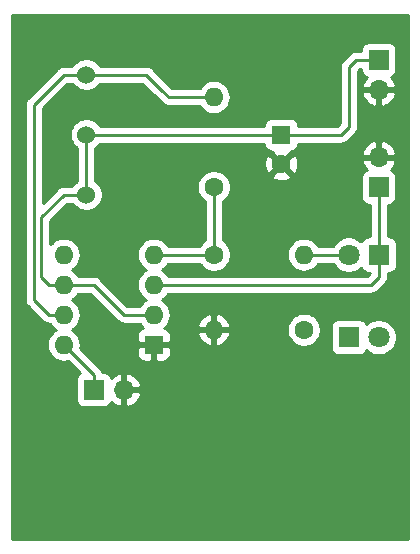
<source format=gbr>
G04 #@! TF.GenerationSoftware,KiCad,Pcbnew,(5.1.2)-2*
G04 #@! TF.CreationDate,2019-11-18T22:52:37-06:00*
G04 #@! TF.ProjectId,Temporizador_V0,54656d70-6f72-4697-9a61-646f725f5630,rev?*
G04 #@! TF.SameCoordinates,Original*
G04 #@! TF.FileFunction,Copper,L2,Bot*
G04 #@! TF.FilePolarity,Positive*
%FSLAX46Y46*%
G04 Gerber Fmt 4.6, Leading zero omitted, Abs format (unit mm)*
G04 Created by KiCad (PCBNEW (5.1.2)-2) date 2019-11-18 22:52:37*
%MOMM*%
%LPD*%
G04 APERTURE LIST*
%ADD10C,1.524000*%
%ADD11O,1.600000X1.600000*%
%ADD12R,1.600000X1.600000*%
%ADD13C,1.600000*%
%ADD14O,1.700000X1.700000*%
%ADD15R,1.700000X1.700000*%
%ADD16C,1.800000*%
%ADD17R,1.800000X1.800000*%
%ADD18C,0.250000*%
%ADD19C,0.254000*%
G04 APERTURE END LIST*
D10*
X153035000Y-100965000D03*
X153035000Y-106045000D03*
X153035000Y-111125000D03*
D11*
X151130000Y-123825000D03*
X158750000Y-116205000D03*
X151130000Y-121285000D03*
X158750000Y-118745000D03*
X151130000Y-118745000D03*
X158750000Y-121285000D03*
X151130000Y-116205000D03*
D12*
X158750000Y-123825000D03*
D11*
X163830000Y-122555000D03*
D13*
X171450000Y-122555000D03*
D11*
X171450000Y-116205000D03*
D13*
X163830000Y-116205000D03*
D11*
X163830000Y-102870000D03*
D13*
X163830000Y-110490000D03*
D14*
X177800000Y-102235000D03*
D15*
X177800000Y-99695000D03*
D14*
X177800000Y-107950000D03*
D15*
X177800000Y-110490000D03*
D14*
X156210000Y-127635000D03*
D15*
X153670000Y-127635000D03*
D16*
X177800000Y-123190000D03*
D17*
X175260000Y-123190000D03*
D16*
X175260000Y-116205000D03*
D17*
X177800000Y-116205000D03*
D13*
X169545000Y-108545000D03*
D12*
X169545000Y-106045000D03*
D18*
X169585000Y-107950000D02*
X169545000Y-107910000D01*
X153035000Y-106045000D02*
X153035000Y-111125000D01*
X149860000Y-118745000D02*
X151130000Y-118745000D01*
X149225000Y-118110000D02*
X149860000Y-118745000D01*
X149225000Y-113030000D02*
X149225000Y-118110000D01*
X153035000Y-111125000D02*
X151130000Y-111125000D01*
X151130000Y-111125000D02*
X149225000Y-113030000D01*
X156210000Y-121285000D02*
X158750000Y-121285000D01*
X151130000Y-118745000D02*
X153670000Y-118745000D01*
X153670000Y-118745000D02*
X156210000Y-121285000D01*
X169545000Y-106045000D02*
X153035000Y-106045000D01*
X174625000Y-106045000D02*
X169545000Y-106045000D01*
X175260000Y-105410000D02*
X174625000Y-106045000D01*
X175260000Y-100330000D02*
X175260000Y-105410000D01*
X177800000Y-99695000D02*
X175895000Y-99695000D01*
X175895000Y-99695000D02*
X175260000Y-100330000D01*
X171450000Y-116205000D02*
X175260000Y-116205000D01*
X177800000Y-110490000D02*
X177800000Y-116205000D01*
X158750000Y-118745000D02*
X177165000Y-118745000D01*
X177800000Y-118110000D02*
X177800000Y-116205000D01*
X177165000Y-118745000D02*
X177800000Y-118110000D01*
X174625000Y-122555000D02*
X175260000Y-123190000D01*
X153670000Y-126365000D02*
X153670000Y-127635000D01*
X151130000Y-123825000D02*
X153670000Y-126365000D01*
X163830000Y-110490000D02*
X163830000Y-116205000D01*
X158750000Y-116205000D02*
X163830000Y-116205000D01*
X153035000Y-100965000D02*
X158115000Y-100965000D01*
X158115000Y-100965000D02*
X159385000Y-102235000D01*
X159385000Y-102235000D02*
X160020000Y-102870000D01*
X163830000Y-102870000D02*
X160020000Y-102870000D01*
X149860000Y-121285000D02*
X151130000Y-121285000D01*
X148590000Y-120015000D02*
X149860000Y-121285000D01*
X148590000Y-103505000D02*
X148590000Y-120015000D01*
X153035000Y-100965000D02*
X151130000Y-100965000D01*
X151130000Y-100965000D02*
X148590000Y-103505000D01*
D19*
G36*
X180315000Y-140310000D02*
G01*
X146710000Y-140310000D01*
X146710000Y-103505000D01*
X147826324Y-103505000D01*
X147830000Y-103542322D01*
X147830001Y-119977667D01*
X147826324Y-120015000D01*
X147830001Y-120052333D01*
X147832449Y-120077182D01*
X147840998Y-120163985D01*
X147884454Y-120307246D01*
X147955026Y-120439276D01*
X147991648Y-120483899D01*
X148050000Y-120555001D01*
X148078998Y-120578799D01*
X149296201Y-121796003D01*
X149319999Y-121825001D01*
X149435724Y-121919974D01*
X149567753Y-121990546D01*
X149711014Y-122034003D01*
X149822667Y-122045000D01*
X149822676Y-122045000D01*
X149859999Y-122048676D01*
X149897322Y-122045000D01*
X149909099Y-122045000D01*
X149931068Y-122086101D01*
X150110392Y-122304608D01*
X150328899Y-122483932D01*
X150461858Y-122555000D01*
X150328899Y-122626068D01*
X150110392Y-122805392D01*
X149931068Y-123023899D01*
X149797818Y-123273192D01*
X149715764Y-123543691D01*
X149688057Y-123825000D01*
X149715764Y-124106309D01*
X149797818Y-124376808D01*
X149931068Y-124626101D01*
X150110392Y-124844608D01*
X150328899Y-125023932D01*
X150578192Y-125157182D01*
X150848691Y-125239236D01*
X151059508Y-125260000D01*
X151200492Y-125260000D01*
X151411309Y-125239236D01*
X151455906Y-125225708D01*
X152477988Y-126247791D01*
X152465506Y-126254463D01*
X152368815Y-126333815D01*
X152289463Y-126430506D01*
X152230498Y-126540820D01*
X152194188Y-126660518D01*
X152181928Y-126785000D01*
X152181928Y-128485000D01*
X152194188Y-128609482D01*
X152230498Y-128729180D01*
X152289463Y-128839494D01*
X152368815Y-128936185D01*
X152465506Y-129015537D01*
X152575820Y-129074502D01*
X152695518Y-129110812D01*
X152820000Y-129123072D01*
X154520000Y-129123072D01*
X154644482Y-129110812D01*
X154764180Y-129074502D01*
X154874494Y-129015537D01*
X154971185Y-128936185D01*
X155050537Y-128839494D01*
X155109502Y-128729180D01*
X155133966Y-128648534D01*
X155209731Y-128732588D01*
X155443080Y-128906641D01*
X155705901Y-129031825D01*
X155853110Y-129076476D01*
X156083000Y-128955155D01*
X156083000Y-127762000D01*
X156337000Y-127762000D01*
X156337000Y-128955155D01*
X156566890Y-129076476D01*
X156714099Y-129031825D01*
X156976920Y-128906641D01*
X157210269Y-128732588D01*
X157405178Y-128516355D01*
X157554157Y-128266252D01*
X157651481Y-127991891D01*
X157530814Y-127762000D01*
X156337000Y-127762000D01*
X156083000Y-127762000D01*
X156063000Y-127762000D01*
X156063000Y-127508000D01*
X156083000Y-127508000D01*
X156083000Y-126314845D01*
X156337000Y-126314845D01*
X156337000Y-127508000D01*
X157530814Y-127508000D01*
X157651481Y-127278109D01*
X157554157Y-127003748D01*
X157405178Y-126753645D01*
X157210269Y-126537412D01*
X156976920Y-126363359D01*
X156714099Y-126238175D01*
X156566890Y-126193524D01*
X156337000Y-126314845D01*
X156083000Y-126314845D01*
X155853110Y-126193524D01*
X155705901Y-126238175D01*
X155443080Y-126363359D01*
X155209731Y-126537412D01*
X155133966Y-126621466D01*
X155109502Y-126540820D01*
X155050537Y-126430506D01*
X154971185Y-126333815D01*
X154874494Y-126254463D01*
X154764180Y-126195498D01*
X154644482Y-126159188D01*
X154520000Y-126146928D01*
X154398046Y-126146928D01*
X154375546Y-126072753D01*
X154304974Y-125940724D01*
X154291811Y-125924685D01*
X154233799Y-125853996D01*
X154233795Y-125853992D01*
X154210001Y-125824999D01*
X154181009Y-125801206D01*
X153004803Y-124625000D01*
X157311928Y-124625000D01*
X157324188Y-124749482D01*
X157360498Y-124869180D01*
X157419463Y-124979494D01*
X157498815Y-125076185D01*
X157595506Y-125155537D01*
X157705820Y-125214502D01*
X157825518Y-125250812D01*
X157950000Y-125263072D01*
X158464250Y-125260000D01*
X158623000Y-125101250D01*
X158623000Y-123952000D01*
X158877000Y-123952000D01*
X158877000Y-125101250D01*
X159035750Y-125260000D01*
X159550000Y-125263072D01*
X159674482Y-125250812D01*
X159794180Y-125214502D01*
X159904494Y-125155537D01*
X160001185Y-125076185D01*
X160080537Y-124979494D01*
X160139502Y-124869180D01*
X160175812Y-124749482D01*
X160188072Y-124625000D01*
X160185000Y-124110750D01*
X160026250Y-123952000D01*
X158877000Y-123952000D01*
X158623000Y-123952000D01*
X157473750Y-123952000D01*
X157315000Y-124110750D01*
X157311928Y-124625000D01*
X153004803Y-124625000D01*
X152530708Y-124150906D01*
X152544236Y-124106309D01*
X152571943Y-123825000D01*
X152544236Y-123543691D01*
X152462182Y-123273192D01*
X152328932Y-123023899D01*
X152149608Y-122805392D01*
X151931101Y-122626068D01*
X151798142Y-122555000D01*
X151931101Y-122483932D01*
X152149608Y-122304608D01*
X152328932Y-122086101D01*
X152462182Y-121836808D01*
X152544236Y-121566309D01*
X152571943Y-121285000D01*
X152544236Y-121003691D01*
X152462182Y-120733192D01*
X152328932Y-120483899D01*
X152149608Y-120265392D01*
X151931101Y-120086068D01*
X151798142Y-120015000D01*
X151931101Y-119943932D01*
X152149608Y-119764608D01*
X152328932Y-119546101D01*
X152350901Y-119505000D01*
X153355199Y-119505000D01*
X155646205Y-121796008D01*
X155669999Y-121825001D01*
X155698992Y-121848795D01*
X155698996Y-121848799D01*
X155769685Y-121906811D01*
X155785724Y-121919974D01*
X155917753Y-121990546D01*
X156061014Y-122034003D01*
X156172667Y-122045000D01*
X156172676Y-122045000D01*
X156209999Y-122048676D01*
X156247322Y-122045000D01*
X157529099Y-122045000D01*
X157551068Y-122086101D01*
X157730392Y-122304608D01*
X157843482Y-122397419D01*
X157825518Y-122399188D01*
X157705820Y-122435498D01*
X157595506Y-122494463D01*
X157498815Y-122573815D01*
X157419463Y-122670506D01*
X157360498Y-122780820D01*
X157324188Y-122900518D01*
X157311928Y-123025000D01*
X157315000Y-123539250D01*
X157473750Y-123698000D01*
X158623000Y-123698000D01*
X158623000Y-123678000D01*
X158877000Y-123678000D01*
X158877000Y-123698000D01*
X160026250Y-123698000D01*
X160185000Y-123539250D01*
X160188072Y-123025000D01*
X160176159Y-122904039D01*
X162438096Y-122904039D01*
X162478754Y-123038087D01*
X162598963Y-123292420D01*
X162766481Y-123518414D01*
X162974869Y-123707385D01*
X163216119Y-123852070D01*
X163480960Y-123946909D01*
X163703000Y-123825624D01*
X163703000Y-122682000D01*
X163957000Y-122682000D01*
X163957000Y-123825624D01*
X164179040Y-123946909D01*
X164443881Y-123852070D01*
X164685131Y-123707385D01*
X164893519Y-123518414D01*
X165061037Y-123292420D01*
X165181246Y-123038087D01*
X165221904Y-122904039D01*
X165099915Y-122682000D01*
X163957000Y-122682000D01*
X163703000Y-122682000D01*
X162560085Y-122682000D01*
X162438096Y-122904039D01*
X160176159Y-122904039D01*
X160175812Y-122900518D01*
X160139502Y-122780820D01*
X160080537Y-122670506D01*
X160001185Y-122573815D01*
X159904494Y-122494463D01*
X159794180Y-122435498D01*
X159674482Y-122399188D01*
X159656518Y-122397419D01*
X159769608Y-122304608D01*
X159850565Y-122205961D01*
X162438096Y-122205961D01*
X162560085Y-122428000D01*
X163703000Y-122428000D01*
X163703000Y-121284376D01*
X163957000Y-121284376D01*
X163957000Y-122428000D01*
X165099915Y-122428000D01*
X165107790Y-122413665D01*
X170015000Y-122413665D01*
X170015000Y-122696335D01*
X170070147Y-122973574D01*
X170178320Y-123234727D01*
X170335363Y-123469759D01*
X170535241Y-123669637D01*
X170770273Y-123826680D01*
X171031426Y-123934853D01*
X171308665Y-123990000D01*
X171591335Y-123990000D01*
X171868574Y-123934853D01*
X172129727Y-123826680D01*
X172364759Y-123669637D01*
X172564637Y-123469759D01*
X172721680Y-123234727D01*
X172829853Y-122973574D01*
X172885000Y-122696335D01*
X172885000Y-122413665D01*
X172860402Y-122290000D01*
X173721928Y-122290000D01*
X173721928Y-124090000D01*
X173734188Y-124214482D01*
X173770498Y-124334180D01*
X173829463Y-124444494D01*
X173908815Y-124541185D01*
X174005506Y-124620537D01*
X174115820Y-124679502D01*
X174235518Y-124715812D01*
X174360000Y-124728072D01*
X176160000Y-124728072D01*
X176284482Y-124715812D01*
X176404180Y-124679502D01*
X176514494Y-124620537D01*
X176611185Y-124541185D01*
X176690537Y-124444494D01*
X176749502Y-124334180D01*
X176755056Y-124315873D01*
X176821495Y-124382312D01*
X177072905Y-124550299D01*
X177352257Y-124666011D01*
X177648816Y-124725000D01*
X177951184Y-124725000D01*
X178247743Y-124666011D01*
X178527095Y-124550299D01*
X178778505Y-124382312D01*
X178992312Y-124168505D01*
X179160299Y-123917095D01*
X179276011Y-123637743D01*
X179335000Y-123341184D01*
X179335000Y-123038816D01*
X179276011Y-122742257D01*
X179160299Y-122462905D01*
X178992312Y-122211495D01*
X178778505Y-121997688D01*
X178527095Y-121829701D01*
X178247743Y-121713989D01*
X177951184Y-121655000D01*
X177648816Y-121655000D01*
X177352257Y-121713989D01*
X177072905Y-121829701D01*
X176821495Y-121997688D01*
X176755056Y-122064127D01*
X176749502Y-122045820D01*
X176690537Y-121935506D01*
X176611185Y-121838815D01*
X176514494Y-121759463D01*
X176404180Y-121700498D01*
X176284482Y-121664188D01*
X176160000Y-121651928D01*
X174360000Y-121651928D01*
X174235518Y-121664188D01*
X174115820Y-121700498D01*
X174005506Y-121759463D01*
X173908815Y-121838815D01*
X173829463Y-121935506D01*
X173770498Y-122045820D01*
X173734188Y-122165518D01*
X173721928Y-122290000D01*
X172860402Y-122290000D01*
X172829853Y-122136426D01*
X172721680Y-121875273D01*
X172564637Y-121640241D01*
X172364759Y-121440363D01*
X172129727Y-121283320D01*
X171868574Y-121175147D01*
X171591335Y-121120000D01*
X171308665Y-121120000D01*
X171031426Y-121175147D01*
X170770273Y-121283320D01*
X170535241Y-121440363D01*
X170335363Y-121640241D01*
X170178320Y-121875273D01*
X170070147Y-122136426D01*
X170015000Y-122413665D01*
X165107790Y-122413665D01*
X165221904Y-122205961D01*
X165181246Y-122071913D01*
X165061037Y-121817580D01*
X164893519Y-121591586D01*
X164685131Y-121402615D01*
X164443881Y-121257930D01*
X164179040Y-121163091D01*
X163957000Y-121284376D01*
X163703000Y-121284376D01*
X163480960Y-121163091D01*
X163216119Y-121257930D01*
X162974869Y-121402615D01*
X162766481Y-121591586D01*
X162598963Y-121817580D01*
X162478754Y-122071913D01*
X162438096Y-122205961D01*
X159850565Y-122205961D01*
X159948932Y-122086101D01*
X160082182Y-121836808D01*
X160164236Y-121566309D01*
X160191943Y-121285000D01*
X160164236Y-121003691D01*
X160082182Y-120733192D01*
X159948932Y-120483899D01*
X159769608Y-120265392D01*
X159551101Y-120086068D01*
X159418142Y-120015000D01*
X159551101Y-119943932D01*
X159769608Y-119764608D01*
X159948932Y-119546101D01*
X159970901Y-119505000D01*
X177127678Y-119505000D01*
X177165000Y-119508676D01*
X177202322Y-119505000D01*
X177202333Y-119505000D01*
X177313986Y-119494003D01*
X177457247Y-119450546D01*
X177589276Y-119379974D01*
X177705001Y-119285001D01*
X177728803Y-119255998D01*
X178311004Y-118673798D01*
X178340001Y-118650001D01*
X178434974Y-118534276D01*
X178505546Y-118402247D01*
X178549003Y-118258986D01*
X178560000Y-118147333D01*
X178560000Y-118147332D01*
X178563677Y-118110000D01*
X178560000Y-118072667D01*
X178560000Y-117743072D01*
X178700000Y-117743072D01*
X178824482Y-117730812D01*
X178944180Y-117694502D01*
X179054494Y-117635537D01*
X179151185Y-117556185D01*
X179230537Y-117459494D01*
X179289502Y-117349180D01*
X179325812Y-117229482D01*
X179338072Y-117105000D01*
X179338072Y-115305000D01*
X179325812Y-115180518D01*
X179289502Y-115060820D01*
X179230537Y-114950506D01*
X179151185Y-114853815D01*
X179054494Y-114774463D01*
X178944180Y-114715498D01*
X178824482Y-114679188D01*
X178700000Y-114666928D01*
X178560000Y-114666928D01*
X178560000Y-111978072D01*
X178650000Y-111978072D01*
X178774482Y-111965812D01*
X178894180Y-111929502D01*
X179004494Y-111870537D01*
X179101185Y-111791185D01*
X179180537Y-111694494D01*
X179239502Y-111584180D01*
X179275812Y-111464482D01*
X179288072Y-111340000D01*
X179288072Y-109640000D01*
X179275812Y-109515518D01*
X179239502Y-109395820D01*
X179180537Y-109285506D01*
X179101185Y-109188815D01*
X179004494Y-109109463D01*
X178894180Y-109050498D01*
X178813534Y-109026034D01*
X178897588Y-108950269D01*
X179071641Y-108716920D01*
X179196825Y-108454099D01*
X179241476Y-108306890D01*
X179120155Y-108077000D01*
X177927000Y-108077000D01*
X177927000Y-108097000D01*
X177673000Y-108097000D01*
X177673000Y-108077000D01*
X176479845Y-108077000D01*
X176358524Y-108306890D01*
X176403175Y-108454099D01*
X176528359Y-108716920D01*
X176702412Y-108950269D01*
X176786466Y-109026034D01*
X176705820Y-109050498D01*
X176595506Y-109109463D01*
X176498815Y-109188815D01*
X176419463Y-109285506D01*
X176360498Y-109395820D01*
X176324188Y-109515518D01*
X176311928Y-109640000D01*
X176311928Y-111340000D01*
X176324188Y-111464482D01*
X176360498Y-111584180D01*
X176419463Y-111694494D01*
X176498815Y-111791185D01*
X176595506Y-111870537D01*
X176705820Y-111929502D01*
X176825518Y-111965812D01*
X176950000Y-111978072D01*
X177040000Y-111978072D01*
X177040001Y-114666928D01*
X176900000Y-114666928D01*
X176775518Y-114679188D01*
X176655820Y-114715498D01*
X176545506Y-114774463D01*
X176448815Y-114853815D01*
X176369463Y-114950506D01*
X176310498Y-115060820D01*
X176304944Y-115079127D01*
X176238505Y-115012688D01*
X175987095Y-114844701D01*
X175707743Y-114728989D01*
X175411184Y-114670000D01*
X175108816Y-114670000D01*
X174812257Y-114728989D01*
X174532905Y-114844701D01*
X174281495Y-115012688D01*
X174067688Y-115226495D01*
X173921687Y-115445000D01*
X172670901Y-115445000D01*
X172648932Y-115403899D01*
X172469608Y-115185392D01*
X172251101Y-115006068D01*
X172001808Y-114872818D01*
X171731309Y-114790764D01*
X171520492Y-114770000D01*
X171379508Y-114770000D01*
X171168691Y-114790764D01*
X170898192Y-114872818D01*
X170648899Y-115006068D01*
X170430392Y-115185392D01*
X170251068Y-115403899D01*
X170117818Y-115653192D01*
X170035764Y-115923691D01*
X170008057Y-116205000D01*
X170035764Y-116486309D01*
X170117818Y-116756808D01*
X170251068Y-117006101D01*
X170430392Y-117224608D01*
X170648899Y-117403932D01*
X170898192Y-117537182D01*
X171168691Y-117619236D01*
X171379508Y-117640000D01*
X171520492Y-117640000D01*
X171731309Y-117619236D01*
X172001808Y-117537182D01*
X172251101Y-117403932D01*
X172469608Y-117224608D01*
X172648932Y-117006101D01*
X172670901Y-116965000D01*
X173921687Y-116965000D01*
X174067688Y-117183505D01*
X174281495Y-117397312D01*
X174532905Y-117565299D01*
X174812257Y-117681011D01*
X175108816Y-117740000D01*
X175411184Y-117740000D01*
X175707743Y-117681011D01*
X175987095Y-117565299D01*
X176238505Y-117397312D01*
X176304944Y-117330873D01*
X176310498Y-117349180D01*
X176369463Y-117459494D01*
X176448815Y-117556185D01*
X176545506Y-117635537D01*
X176655820Y-117694502D01*
X176775518Y-117730812D01*
X176900000Y-117743072D01*
X177040000Y-117743072D01*
X177040000Y-117795198D01*
X176850199Y-117985000D01*
X159970901Y-117985000D01*
X159948932Y-117943899D01*
X159769608Y-117725392D01*
X159551101Y-117546068D01*
X159418142Y-117475000D01*
X159551101Y-117403932D01*
X159769608Y-117224608D01*
X159948932Y-117006101D01*
X159970901Y-116965000D01*
X162611957Y-116965000D01*
X162715363Y-117119759D01*
X162915241Y-117319637D01*
X163150273Y-117476680D01*
X163411426Y-117584853D01*
X163688665Y-117640000D01*
X163971335Y-117640000D01*
X164248574Y-117584853D01*
X164509727Y-117476680D01*
X164744759Y-117319637D01*
X164944637Y-117119759D01*
X165101680Y-116884727D01*
X165209853Y-116623574D01*
X165265000Y-116346335D01*
X165265000Y-116063665D01*
X165209853Y-115786426D01*
X165101680Y-115525273D01*
X164944637Y-115290241D01*
X164744759Y-115090363D01*
X164590000Y-114986957D01*
X164590000Y-111708043D01*
X164744759Y-111604637D01*
X164944637Y-111404759D01*
X165101680Y-111169727D01*
X165209853Y-110908574D01*
X165265000Y-110631335D01*
X165265000Y-110348665D01*
X165209853Y-110071426D01*
X165101680Y-109810273D01*
X164944637Y-109575241D01*
X164907098Y-109537702D01*
X168731903Y-109537702D01*
X168803486Y-109781671D01*
X169058996Y-109902571D01*
X169333184Y-109971300D01*
X169615512Y-109985217D01*
X169895130Y-109943787D01*
X170161292Y-109848603D01*
X170286514Y-109781671D01*
X170358097Y-109537702D01*
X169545000Y-108724605D01*
X168731903Y-109537702D01*
X164907098Y-109537702D01*
X164744759Y-109375363D01*
X164509727Y-109218320D01*
X164248574Y-109110147D01*
X163971335Y-109055000D01*
X163688665Y-109055000D01*
X163411426Y-109110147D01*
X163150273Y-109218320D01*
X162915241Y-109375363D01*
X162715363Y-109575241D01*
X162558320Y-109810273D01*
X162450147Y-110071426D01*
X162395000Y-110348665D01*
X162395000Y-110631335D01*
X162450147Y-110908574D01*
X162558320Y-111169727D01*
X162715363Y-111404759D01*
X162915241Y-111604637D01*
X163070000Y-111708044D01*
X163070001Y-114986956D01*
X162915241Y-115090363D01*
X162715363Y-115290241D01*
X162611957Y-115445000D01*
X159970901Y-115445000D01*
X159948932Y-115403899D01*
X159769608Y-115185392D01*
X159551101Y-115006068D01*
X159301808Y-114872818D01*
X159031309Y-114790764D01*
X158820492Y-114770000D01*
X158679508Y-114770000D01*
X158468691Y-114790764D01*
X158198192Y-114872818D01*
X157948899Y-115006068D01*
X157730392Y-115185392D01*
X157551068Y-115403899D01*
X157417818Y-115653192D01*
X157335764Y-115923691D01*
X157308057Y-116205000D01*
X157335764Y-116486309D01*
X157417818Y-116756808D01*
X157551068Y-117006101D01*
X157730392Y-117224608D01*
X157948899Y-117403932D01*
X158081858Y-117475000D01*
X157948899Y-117546068D01*
X157730392Y-117725392D01*
X157551068Y-117943899D01*
X157417818Y-118193192D01*
X157335764Y-118463691D01*
X157308057Y-118745000D01*
X157335764Y-119026309D01*
X157417818Y-119296808D01*
X157551068Y-119546101D01*
X157730392Y-119764608D01*
X157948899Y-119943932D01*
X158081858Y-120015000D01*
X157948899Y-120086068D01*
X157730392Y-120265392D01*
X157551068Y-120483899D01*
X157529099Y-120525000D01*
X156524803Y-120525000D01*
X154233804Y-118234003D01*
X154210001Y-118204999D01*
X154094276Y-118110026D01*
X153962247Y-118039454D01*
X153818986Y-117995997D01*
X153707333Y-117985000D01*
X153707322Y-117985000D01*
X153670000Y-117981324D01*
X153632678Y-117985000D01*
X152350901Y-117985000D01*
X152328932Y-117943899D01*
X152149608Y-117725392D01*
X151931101Y-117546068D01*
X151798142Y-117475000D01*
X151931101Y-117403932D01*
X152149608Y-117224608D01*
X152328932Y-117006101D01*
X152462182Y-116756808D01*
X152544236Y-116486309D01*
X152571943Y-116205000D01*
X152544236Y-115923691D01*
X152462182Y-115653192D01*
X152328932Y-115403899D01*
X152149608Y-115185392D01*
X151931101Y-115006068D01*
X151681808Y-114872818D01*
X151411309Y-114790764D01*
X151200492Y-114770000D01*
X151059508Y-114770000D01*
X150848691Y-114790764D01*
X150578192Y-114872818D01*
X150328899Y-115006068D01*
X150110392Y-115185392D01*
X149985000Y-115338183D01*
X149985000Y-113344801D01*
X151444802Y-111885000D01*
X151862659Y-111885000D01*
X151949880Y-112015535D01*
X152144465Y-112210120D01*
X152373273Y-112363005D01*
X152627510Y-112468314D01*
X152897408Y-112522000D01*
X153172592Y-112522000D01*
X153442490Y-112468314D01*
X153696727Y-112363005D01*
X153925535Y-112210120D01*
X154120120Y-112015535D01*
X154273005Y-111786727D01*
X154378314Y-111532490D01*
X154432000Y-111262592D01*
X154432000Y-110987408D01*
X154378314Y-110717510D01*
X154273005Y-110463273D01*
X154120120Y-110234465D01*
X153925535Y-110039880D01*
X153795000Y-109952659D01*
X153795000Y-108615512D01*
X168104783Y-108615512D01*
X168146213Y-108895130D01*
X168241397Y-109161292D01*
X168308329Y-109286514D01*
X168552298Y-109358097D01*
X169365395Y-108545000D01*
X169724605Y-108545000D01*
X170537702Y-109358097D01*
X170781671Y-109286514D01*
X170902571Y-109031004D01*
X170971300Y-108756816D01*
X170985217Y-108474488D01*
X170943787Y-108194870D01*
X170848603Y-107928708D01*
X170781671Y-107803486D01*
X170537702Y-107731903D01*
X169724605Y-108545000D01*
X169365395Y-108545000D01*
X168552298Y-107731903D01*
X168308329Y-107803486D01*
X168187429Y-108058996D01*
X168118700Y-108333184D01*
X168104783Y-108615512D01*
X153795000Y-108615512D01*
X153795000Y-107217341D01*
X153925535Y-107130120D01*
X154120120Y-106935535D01*
X154207341Y-106805000D01*
X168106928Y-106805000D01*
X168106928Y-106845000D01*
X168119188Y-106969482D01*
X168155498Y-107089180D01*
X168214463Y-107199494D01*
X168293815Y-107296185D01*
X168390506Y-107375537D01*
X168500820Y-107434502D01*
X168620518Y-107470812D01*
X168745000Y-107483072D01*
X168752215Y-107483072D01*
X168731903Y-107552298D01*
X169545000Y-108365395D01*
X170317285Y-107593110D01*
X176358524Y-107593110D01*
X176479845Y-107823000D01*
X177673000Y-107823000D01*
X177673000Y-106629186D01*
X177927000Y-106629186D01*
X177927000Y-107823000D01*
X179120155Y-107823000D01*
X179241476Y-107593110D01*
X179196825Y-107445901D01*
X179071641Y-107183080D01*
X178897588Y-106949731D01*
X178681355Y-106754822D01*
X178431252Y-106605843D01*
X178156891Y-106508519D01*
X177927000Y-106629186D01*
X177673000Y-106629186D01*
X177443109Y-106508519D01*
X177168748Y-106605843D01*
X176918645Y-106754822D01*
X176702412Y-106949731D01*
X176528359Y-107183080D01*
X176403175Y-107445901D01*
X176358524Y-107593110D01*
X170317285Y-107593110D01*
X170358097Y-107552298D01*
X170337785Y-107483072D01*
X170345000Y-107483072D01*
X170469482Y-107470812D01*
X170589180Y-107434502D01*
X170699494Y-107375537D01*
X170796185Y-107296185D01*
X170875537Y-107199494D01*
X170934502Y-107089180D01*
X170970812Y-106969482D01*
X170983072Y-106845000D01*
X170983072Y-106805000D01*
X174587678Y-106805000D01*
X174625000Y-106808676D01*
X174662322Y-106805000D01*
X174662333Y-106805000D01*
X174773986Y-106794003D01*
X174917247Y-106750546D01*
X175049276Y-106679974D01*
X175165001Y-106585001D01*
X175188803Y-106555998D01*
X175771002Y-105973800D01*
X175800001Y-105950001D01*
X175894974Y-105834276D01*
X175965546Y-105702247D01*
X176009003Y-105558986D01*
X176020000Y-105447333D01*
X176023677Y-105410000D01*
X176020000Y-105372667D01*
X176020000Y-102591890D01*
X176358524Y-102591890D01*
X176403175Y-102739099D01*
X176528359Y-103001920D01*
X176702412Y-103235269D01*
X176918645Y-103430178D01*
X177168748Y-103579157D01*
X177443109Y-103676481D01*
X177673000Y-103555814D01*
X177673000Y-102362000D01*
X177927000Y-102362000D01*
X177927000Y-103555814D01*
X178156891Y-103676481D01*
X178431252Y-103579157D01*
X178681355Y-103430178D01*
X178897588Y-103235269D01*
X179071641Y-103001920D01*
X179196825Y-102739099D01*
X179241476Y-102591890D01*
X179120155Y-102362000D01*
X177927000Y-102362000D01*
X177673000Y-102362000D01*
X176479845Y-102362000D01*
X176358524Y-102591890D01*
X176020000Y-102591890D01*
X176020000Y-100644801D01*
X176209802Y-100455000D01*
X176311928Y-100455000D01*
X176311928Y-100545000D01*
X176324188Y-100669482D01*
X176360498Y-100789180D01*
X176419463Y-100899494D01*
X176498815Y-100996185D01*
X176595506Y-101075537D01*
X176705820Y-101134502D01*
X176786466Y-101158966D01*
X176702412Y-101234731D01*
X176528359Y-101468080D01*
X176403175Y-101730901D01*
X176358524Y-101878110D01*
X176479845Y-102108000D01*
X177673000Y-102108000D01*
X177673000Y-102088000D01*
X177927000Y-102088000D01*
X177927000Y-102108000D01*
X179120155Y-102108000D01*
X179241476Y-101878110D01*
X179196825Y-101730901D01*
X179071641Y-101468080D01*
X178897588Y-101234731D01*
X178813534Y-101158966D01*
X178894180Y-101134502D01*
X179004494Y-101075537D01*
X179101185Y-100996185D01*
X179180537Y-100899494D01*
X179239502Y-100789180D01*
X179275812Y-100669482D01*
X179288072Y-100545000D01*
X179288072Y-98845000D01*
X179275812Y-98720518D01*
X179239502Y-98600820D01*
X179180537Y-98490506D01*
X179101185Y-98393815D01*
X179004494Y-98314463D01*
X178894180Y-98255498D01*
X178774482Y-98219188D01*
X178650000Y-98206928D01*
X176950000Y-98206928D01*
X176825518Y-98219188D01*
X176705820Y-98255498D01*
X176595506Y-98314463D01*
X176498815Y-98393815D01*
X176419463Y-98490506D01*
X176360498Y-98600820D01*
X176324188Y-98720518D01*
X176311928Y-98845000D01*
X176311928Y-98935000D01*
X175932333Y-98935000D01*
X175895000Y-98931323D01*
X175857667Y-98935000D01*
X175746014Y-98945997D01*
X175602753Y-98989454D01*
X175470724Y-99060026D01*
X175354999Y-99154999D01*
X175331200Y-99183998D01*
X174749002Y-99766197D01*
X174719999Y-99789999D01*
X174664871Y-99857174D01*
X174625026Y-99905724D01*
X174581451Y-99987247D01*
X174554454Y-100037754D01*
X174510997Y-100181015D01*
X174500000Y-100292668D01*
X174500000Y-100292678D01*
X174496324Y-100330000D01*
X174500000Y-100367323D01*
X174500001Y-105095197D01*
X174310199Y-105285000D01*
X170983072Y-105285000D01*
X170983072Y-105245000D01*
X170970812Y-105120518D01*
X170934502Y-105000820D01*
X170875537Y-104890506D01*
X170796185Y-104793815D01*
X170699494Y-104714463D01*
X170589180Y-104655498D01*
X170469482Y-104619188D01*
X170345000Y-104606928D01*
X168745000Y-104606928D01*
X168620518Y-104619188D01*
X168500820Y-104655498D01*
X168390506Y-104714463D01*
X168293815Y-104793815D01*
X168214463Y-104890506D01*
X168155498Y-105000820D01*
X168119188Y-105120518D01*
X168106928Y-105245000D01*
X168106928Y-105285000D01*
X154207341Y-105285000D01*
X154120120Y-105154465D01*
X153925535Y-104959880D01*
X153696727Y-104806995D01*
X153442490Y-104701686D01*
X153172592Y-104648000D01*
X152897408Y-104648000D01*
X152627510Y-104701686D01*
X152373273Y-104806995D01*
X152144465Y-104959880D01*
X151949880Y-105154465D01*
X151796995Y-105383273D01*
X151691686Y-105637510D01*
X151638000Y-105907408D01*
X151638000Y-106182592D01*
X151691686Y-106452490D01*
X151796995Y-106706727D01*
X151949880Y-106935535D01*
X152144465Y-107130120D01*
X152275000Y-107217341D01*
X152275001Y-109952659D01*
X152144465Y-110039880D01*
X151949880Y-110234465D01*
X151862659Y-110365000D01*
X151167323Y-110365000D01*
X151130000Y-110361324D01*
X151092677Y-110365000D01*
X151092667Y-110365000D01*
X150981014Y-110375997D01*
X150837753Y-110419454D01*
X150705724Y-110490026D01*
X150589999Y-110584999D01*
X150566201Y-110613997D01*
X149350000Y-111830199D01*
X149350000Y-103819801D01*
X151444803Y-101725000D01*
X151862659Y-101725000D01*
X151949880Y-101855535D01*
X152144465Y-102050120D01*
X152373273Y-102203005D01*
X152627510Y-102308314D01*
X152897408Y-102362000D01*
X153172592Y-102362000D01*
X153442490Y-102308314D01*
X153696727Y-102203005D01*
X153925535Y-102050120D01*
X154120120Y-101855535D01*
X154207341Y-101725000D01*
X157800199Y-101725000D01*
X158873997Y-102798799D01*
X158874002Y-102798803D01*
X159456200Y-103381002D01*
X159479999Y-103410001D01*
X159595724Y-103504974D01*
X159727753Y-103575546D01*
X159871014Y-103619003D01*
X160020000Y-103633677D01*
X160057333Y-103630000D01*
X162609099Y-103630000D01*
X162631068Y-103671101D01*
X162810392Y-103889608D01*
X163028899Y-104068932D01*
X163278192Y-104202182D01*
X163548691Y-104284236D01*
X163759508Y-104305000D01*
X163900492Y-104305000D01*
X164111309Y-104284236D01*
X164381808Y-104202182D01*
X164631101Y-104068932D01*
X164849608Y-103889608D01*
X165028932Y-103671101D01*
X165162182Y-103421808D01*
X165244236Y-103151309D01*
X165271943Y-102870000D01*
X165244236Y-102588691D01*
X165162182Y-102318192D01*
X165028932Y-102068899D01*
X164849608Y-101850392D01*
X164631101Y-101671068D01*
X164381808Y-101537818D01*
X164111309Y-101455764D01*
X163900492Y-101435000D01*
X163759508Y-101435000D01*
X163548691Y-101455764D01*
X163278192Y-101537818D01*
X163028899Y-101671068D01*
X162810392Y-101850392D01*
X162631068Y-102068899D01*
X162609099Y-102110000D01*
X160334802Y-102110000D01*
X159948803Y-101724002D01*
X159948799Y-101723997D01*
X158678804Y-100454003D01*
X158655001Y-100424999D01*
X158539276Y-100330026D01*
X158407247Y-100259454D01*
X158263986Y-100215997D01*
X158152333Y-100205000D01*
X158152322Y-100205000D01*
X158115000Y-100201324D01*
X158077678Y-100205000D01*
X154207341Y-100205000D01*
X154120120Y-100074465D01*
X153925535Y-99879880D01*
X153696727Y-99726995D01*
X153442490Y-99621686D01*
X153172592Y-99568000D01*
X152897408Y-99568000D01*
X152627510Y-99621686D01*
X152373273Y-99726995D01*
X152144465Y-99879880D01*
X151949880Y-100074465D01*
X151862659Y-100205000D01*
X151167322Y-100205000D01*
X151129999Y-100201324D01*
X151092676Y-100205000D01*
X151092667Y-100205000D01*
X150981014Y-100215997D01*
X150837753Y-100259454D01*
X150705724Y-100330026D01*
X150705722Y-100330027D01*
X150705723Y-100330027D01*
X150618996Y-100401201D01*
X150618992Y-100401205D01*
X150589999Y-100424999D01*
X150566205Y-100453992D01*
X148079003Y-102941196D01*
X148049999Y-102964999D01*
X147994871Y-103032174D01*
X147955026Y-103080724D01*
X147911451Y-103162246D01*
X147884454Y-103212754D01*
X147840997Y-103356015D01*
X147830000Y-103467668D01*
X147830000Y-103467678D01*
X147826324Y-103505000D01*
X146710000Y-103505000D01*
X146710000Y-95910000D01*
X180315001Y-95910000D01*
X180315000Y-140310000D01*
X180315000Y-140310000D01*
G37*
X180315000Y-140310000D02*
X146710000Y-140310000D01*
X146710000Y-103505000D01*
X147826324Y-103505000D01*
X147830000Y-103542322D01*
X147830001Y-119977667D01*
X147826324Y-120015000D01*
X147830001Y-120052333D01*
X147832449Y-120077182D01*
X147840998Y-120163985D01*
X147884454Y-120307246D01*
X147955026Y-120439276D01*
X147991648Y-120483899D01*
X148050000Y-120555001D01*
X148078998Y-120578799D01*
X149296201Y-121796003D01*
X149319999Y-121825001D01*
X149435724Y-121919974D01*
X149567753Y-121990546D01*
X149711014Y-122034003D01*
X149822667Y-122045000D01*
X149822676Y-122045000D01*
X149859999Y-122048676D01*
X149897322Y-122045000D01*
X149909099Y-122045000D01*
X149931068Y-122086101D01*
X150110392Y-122304608D01*
X150328899Y-122483932D01*
X150461858Y-122555000D01*
X150328899Y-122626068D01*
X150110392Y-122805392D01*
X149931068Y-123023899D01*
X149797818Y-123273192D01*
X149715764Y-123543691D01*
X149688057Y-123825000D01*
X149715764Y-124106309D01*
X149797818Y-124376808D01*
X149931068Y-124626101D01*
X150110392Y-124844608D01*
X150328899Y-125023932D01*
X150578192Y-125157182D01*
X150848691Y-125239236D01*
X151059508Y-125260000D01*
X151200492Y-125260000D01*
X151411309Y-125239236D01*
X151455906Y-125225708D01*
X152477988Y-126247791D01*
X152465506Y-126254463D01*
X152368815Y-126333815D01*
X152289463Y-126430506D01*
X152230498Y-126540820D01*
X152194188Y-126660518D01*
X152181928Y-126785000D01*
X152181928Y-128485000D01*
X152194188Y-128609482D01*
X152230498Y-128729180D01*
X152289463Y-128839494D01*
X152368815Y-128936185D01*
X152465506Y-129015537D01*
X152575820Y-129074502D01*
X152695518Y-129110812D01*
X152820000Y-129123072D01*
X154520000Y-129123072D01*
X154644482Y-129110812D01*
X154764180Y-129074502D01*
X154874494Y-129015537D01*
X154971185Y-128936185D01*
X155050537Y-128839494D01*
X155109502Y-128729180D01*
X155133966Y-128648534D01*
X155209731Y-128732588D01*
X155443080Y-128906641D01*
X155705901Y-129031825D01*
X155853110Y-129076476D01*
X156083000Y-128955155D01*
X156083000Y-127762000D01*
X156337000Y-127762000D01*
X156337000Y-128955155D01*
X156566890Y-129076476D01*
X156714099Y-129031825D01*
X156976920Y-128906641D01*
X157210269Y-128732588D01*
X157405178Y-128516355D01*
X157554157Y-128266252D01*
X157651481Y-127991891D01*
X157530814Y-127762000D01*
X156337000Y-127762000D01*
X156083000Y-127762000D01*
X156063000Y-127762000D01*
X156063000Y-127508000D01*
X156083000Y-127508000D01*
X156083000Y-126314845D01*
X156337000Y-126314845D01*
X156337000Y-127508000D01*
X157530814Y-127508000D01*
X157651481Y-127278109D01*
X157554157Y-127003748D01*
X157405178Y-126753645D01*
X157210269Y-126537412D01*
X156976920Y-126363359D01*
X156714099Y-126238175D01*
X156566890Y-126193524D01*
X156337000Y-126314845D01*
X156083000Y-126314845D01*
X155853110Y-126193524D01*
X155705901Y-126238175D01*
X155443080Y-126363359D01*
X155209731Y-126537412D01*
X155133966Y-126621466D01*
X155109502Y-126540820D01*
X155050537Y-126430506D01*
X154971185Y-126333815D01*
X154874494Y-126254463D01*
X154764180Y-126195498D01*
X154644482Y-126159188D01*
X154520000Y-126146928D01*
X154398046Y-126146928D01*
X154375546Y-126072753D01*
X154304974Y-125940724D01*
X154291811Y-125924685D01*
X154233799Y-125853996D01*
X154233795Y-125853992D01*
X154210001Y-125824999D01*
X154181009Y-125801206D01*
X153004803Y-124625000D01*
X157311928Y-124625000D01*
X157324188Y-124749482D01*
X157360498Y-124869180D01*
X157419463Y-124979494D01*
X157498815Y-125076185D01*
X157595506Y-125155537D01*
X157705820Y-125214502D01*
X157825518Y-125250812D01*
X157950000Y-125263072D01*
X158464250Y-125260000D01*
X158623000Y-125101250D01*
X158623000Y-123952000D01*
X158877000Y-123952000D01*
X158877000Y-125101250D01*
X159035750Y-125260000D01*
X159550000Y-125263072D01*
X159674482Y-125250812D01*
X159794180Y-125214502D01*
X159904494Y-125155537D01*
X160001185Y-125076185D01*
X160080537Y-124979494D01*
X160139502Y-124869180D01*
X160175812Y-124749482D01*
X160188072Y-124625000D01*
X160185000Y-124110750D01*
X160026250Y-123952000D01*
X158877000Y-123952000D01*
X158623000Y-123952000D01*
X157473750Y-123952000D01*
X157315000Y-124110750D01*
X157311928Y-124625000D01*
X153004803Y-124625000D01*
X152530708Y-124150906D01*
X152544236Y-124106309D01*
X152571943Y-123825000D01*
X152544236Y-123543691D01*
X152462182Y-123273192D01*
X152328932Y-123023899D01*
X152149608Y-122805392D01*
X151931101Y-122626068D01*
X151798142Y-122555000D01*
X151931101Y-122483932D01*
X152149608Y-122304608D01*
X152328932Y-122086101D01*
X152462182Y-121836808D01*
X152544236Y-121566309D01*
X152571943Y-121285000D01*
X152544236Y-121003691D01*
X152462182Y-120733192D01*
X152328932Y-120483899D01*
X152149608Y-120265392D01*
X151931101Y-120086068D01*
X151798142Y-120015000D01*
X151931101Y-119943932D01*
X152149608Y-119764608D01*
X152328932Y-119546101D01*
X152350901Y-119505000D01*
X153355199Y-119505000D01*
X155646205Y-121796008D01*
X155669999Y-121825001D01*
X155698992Y-121848795D01*
X155698996Y-121848799D01*
X155769685Y-121906811D01*
X155785724Y-121919974D01*
X155917753Y-121990546D01*
X156061014Y-122034003D01*
X156172667Y-122045000D01*
X156172676Y-122045000D01*
X156209999Y-122048676D01*
X156247322Y-122045000D01*
X157529099Y-122045000D01*
X157551068Y-122086101D01*
X157730392Y-122304608D01*
X157843482Y-122397419D01*
X157825518Y-122399188D01*
X157705820Y-122435498D01*
X157595506Y-122494463D01*
X157498815Y-122573815D01*
X157419463Y-122670506D01*
X157360498Y-122780820D01*
X157324188Y-122900518D01*
X157311928Y-123025000D01*
X157315000Y-123539250D01*
X157473750Y-123698000D01*
X158623000Y-123698000D01*
X158623000Y-123678000D01*
X158877000Y-123678000D01*
X158877000Y-123698000D01*
X160026250Y-123698000D01*
X160185000Y-123539250D01*
X160188072Y-123025000D01*
X160176159Y-122904039D01*
X162438096Y-122904039D01*
X162478754Y-123038087D01*
X162598963Y-123292420D01*
X162766481Y-123518414D01*
X162974869Y-123707385D01*
X163216119Y-123852070D01*
X163480960Y-123946909D01*
X163703000Y-123825624D01*
X163703000Y-122682000D01*
X163957000Y-122682000D01*
X163957000Y-123825624D01*
X164179040Y-123946909D01*
X164443881Y-123852070D01*
X164685131Y-123707385D01*
X164893519Y-123518414D01*
X165061037Y-123292420D01*
X165181246Y-123038087D01*
X165221904Y-122904039D01*
X165099915Y-122682000D01*
X163957000Y-122682000D01*
X163703000Y-122682000D01*
X162560085Y-122682000D01*
X162438096Y-122904039D01*
X160176159Y-122904039D01*
X160175812Y-122900518D01*
X160139502Y-122780820D01*
X160080537Y-122670506D01*
X160001185Y-122573815D01*
X159904494Y-122494463D01*
X159794180Y-122435498D01*
X159674482Y-122399188D01*
X159656518Y-122397419D01*
X159769608Y-122304608D01*
X159850565Y-122205961D01*
X162438096Y-122205961D01*
X162560085Y-122428000D01*
X163703000Y-122428000D01*
X163703000Y-121284376D01*
X163957000Y-121284376D01*
X163957000Y-122428000D01*
X165099915Y-122428000D01*
X165107790Y-122413665D01*
X170015000Y-122413665D01*
X170015000Y-122696335D01*
X170070147Y-122973574D01*
X170178320Y-123234727D01*
X170335363Y-123469759D01*
X170535241Y-123669637D01*
X170770273Y-123826680D01*
X171031426Y-123934853D01*
X171308665Y-123990000D01*
X171591335Y-123990000D01*
X171868574Y-123934853D01*
X172129727Y-123826680D01*
X172364759Y-123669637D01*
X172564637Y-123469759D01*
X172721680Y-123234727D01*
X172829853Y-122973574D01*
X172885000Y-122696335D01*
X172885000Y-122413665D01*
X172860402Y-122290000D01*
X173721928Y-122290000D01*
X173721928Y-124090000D01*
X173734188Y-124214482D01*
X173770498Y-124334180D01*
X173829463Y-124444494D01*
X173908815Y-124541185D01*
X174005506Y-124620537D01*
X174115820Y-124679502D01*
X174235518Y-124715812D01*
X174360000Y-124728072D01*
X176160000Y-124728072D01*
X176284482Y-124715812D01*
X176404180Y-124679502D01*
X176514494Y-124620537D01*
X176611185Y-124541185D01*
X176690537Y-124444494D01*
X176749502Y-124334180D01*
X176755056Y-124315873D01*
X176821495Y-124382312D01*
X177072905Y-124550299D01*
X177352257Y-124666011D01*
X177648816Y-124725000D01*
X177951184Y-124725000D01*
X178247743Y-124666011D01*
X178527095Y-124550299D01*
X178778505Y-124382312D01*
X178992312Y-124168505D01*
X179160299Y-123917095D01*
X179276011Y-123637743D01*
X179335000Y-123341184D01*
X179335000Y-123038816D01*
X179276011Y-122742257D01*
X179160299Y-122462905D01*
X178992312Y-122211495D01*
X178778505Y-121997688D01*
X178527095Y-121829701D01*
X178247743Y-121713989D01*
X177951184Y-121655000D01*
X177648816Y-121655000D01*
X177352257Y-121713989D01*
X177072905Y-121829701D01*
X176821495Y-121997688D01*
X176755056Y-122064127D01*
X176749502Y-122045820D01*
X176690537Y-121935506D01*
X176611185Y-121838815D01*
X176514494Y-121759463D01*
X176404180Y-121700498D01*
X176284482Y-121664188D01*
X176160000Y-121651928D01*
X174360000Y-121651928D01*
X174235518Y-121664188D01*
X174115820Y-121700498D01*
X174005506Y-121759463D01*
X173908815Y-121838815D01*
X173829463Y-121935506D01*
X173770498Y-122045820D01*
X173734188Y-122165518D01*
X173721928Y-122290000D01*
X172860402Y-122290000D01*
X172829853Y-122136426D01*
X172721680Y-121875273D01*
X172564637Y-121640241D01*
X172364759Y-121440363D01*
X172129727Y-121283320D01*
X171868574Y-121175147D01*
X171591335Y-121120000D01*
X171308665Y-121120000D01*
X171031426Y-121175147D01*
X170770273Y-121283320D01*
X170535241Y-121440363D01*
X170335363Y-121640241D01*
X170178320Y-121875273D01*
X170070147Y-122136426D01*
X170015000Y-122413665D01*
X165107790Y-122413665D01*
X165221904Y-122205961D01*
X165181246Y-122071913D01*
X165061037Y-121817580D01*
X164893519Y-121591586D01*
X164685131Y-121402615D01*
X164443881Y-121257930D01*
X164179040Y-121163091D01*
X163957000Y-121284376D01*
X163703000Y-121284376D01*
X163480960Y-121163091D01*
X163216119Y-121257930D01*
X162974869Y-121402615D01*
X162766481Y-121591586D01*
X162598963Y-121817580D01*
X162478754Y-122071913D01*
X162438096Y-122205961D01*
X159850565Y-122205961D01*
X159948932Y-122086101D01*
X160082182Y-121836808D01*
X160164236Y-121566309D01*
X160191943Y-121285000D01*
X160164236Y-121003691D01*
X160082182Y-120733192D01*
X159948932Y-120483899D01*
X159769608Y-120265392D01*
X159551101Y-120086068D01*
X159418142Y-120015000D01*
X159551101Y-119943932D01*
X159769608Y-119764608D01*
X159948932Y-119546101D01*
X159970901Y-119505000D01*
X177127678Y-119505000D01*
X177165000Y-119508676D01*
X177202322Y-119505000D01*
X177202333Y-119505000D01*
X177313986Y-119494003D01*
X177457247Y-119450546D01*
X177589276Y-119379974D01*
X177705001Y-119285001D01*
X177728803Y-119255998D01*
X178311004Y-118673798D01*
X178340001Y-118650001D01*
X178434974Y-118534276D01*
X178505546Y-118402247D01*
X178549003Y-118258986D01*
X178560000Y-118147333D01*
X178560000Y-118147332D01*
X178563677Y-118110000D01*
X178560000Y-118072667D01*
X178560000Y-117743072D01*
X178700000Y-117743072D01*
X178824482Y-117730812D01*
X178944180Y-117694502D01*
X179054494Y-117635537D01*
X179151185Y-117556185D01*
X179230537Y-117459494D01*
X179289502Y-117349180D01*
X179325812Y-117229482D01*
X179338072Y-117105000D01*
X179338072Y-115305000D01*
X179325812Y-115180518D01*
X179289502Y-115060820D01*
X179230537Y-114950506D01*
X179151185Y-114853815D01*
X179054494Y-114774463D01*
X178944180Y-114715498D01*
X178824482Y-114679188D01*
X178700000Y-114666928D01*
X178560000Y-114666928D01*
X178560000Y-111978072D01*
X178650000Y-111978072D01*
X178774482Y-111965812D01*
X178894180Y-111929502D01*
X179004494Y-111870537D01*
X179101185Y-111791185D01*
X179180537Y-111694494D01*
X179239502Y-111584180D01*
X179275812Y-111464482D01*
X179288072Y-111340000D01*
X179288072Y-109640000D01*
X179275812Y-109515518D01*
X179239502Y-109395820D01*
X179180537Y-109285506D01*
X179101185Y-109188815D01*
X179004494Y-109109463D01*
X178894180Y-109050498D01*
X178813534Y-109026034D01*
X178897588Y-108950269D01*
X179071641Y-108716920D01*
X179196825Y-108454099D01*
X179241476Y-108306890D01*
X179120155Y-108077000D01*
X177927000Y-108077000D01*
X177927000Y-108097000D01*
X177673000Y-108097000D01*
X177673000Y-108077000D01*
X176479845Y-108077000D01*
X176358524Y-108306890D01*
X176403175Y-108454099D01*
X176528359Y-108716920D01*
X176702412Y-108950269D01*
X176786466Y-109026034D01*
X176705820Y-109050498D01*
X176595506Y-109109463D01*
X176498815Y-109188815D01*
X176419463Y-109285506D01*
X176360498Y-109395820D01*
X176324188Y-109515518D01*
X176311928Y-109640000D01*
X176311928Y-111340000D01*
X176324188Y-111464482D01*
X176360498Y-111584180D01*
X176419463Y-111694494D01*
X176498815Y-111791185D01*
X176595506Y-111870537D01*
X176705820Y-111929502D01*
X176825518Y-111965812D01*
X176950000Y-111978072D01*
X177040000Y-111978072D01*
X177040001Y-114666928D01*
X176900000Y-114666928D01*
X176775518Y-114679188D01*
X176655820Y-114715498D01*
X176545506Y-114774463D01*
X176448815Y-114853815D01*
X176369463Y-114950506D01*
X176310498Y-115060820D01*
X176304944Y-115079127D01*
X176238505Y-115012688D01*
X175987095Y-114844701D01*
X175707743Y-114728989D01*
X175411184Y-114670000D01*
X175108816Y-114670000D01*
X174812257Y-114728989D01*
X174532905Y-114844701D01*
X174281495Y-115012688D01*
X174067688Y-115226495D01*
X173921687Y-115445000D01*
X172670901Y-115445000D01*
X172648932Y-115403899D01*
X172469608Y-115185392D01*
X172251101Y-115006068D01*
X172001808Y-114872818D01*
X171731309Y-114790764D01*
X171520492Y-114770000D01*
X171379508Y-114770000D01*
X171168691Y-114790764D01*
X170898192Y-114872818D01*
X170648899Y-115006068D01*
X170430392Y-115185392D01*
X170251068Y-115403899D01*
X170117818Y-115653192D01*
X170035764Y-115923691D01*
X170008057Y-116205000D01*
X170035764Y-116486309D01*
X170117818Y-116756808D01*
X170251068Y-117006101D01*
X170430392Y-117224608D01*
X170648899Y-117403932D01*
X170898192Y-117537182D01*
X171168691Y-117619236D01*
X171379508Y-117640000D01*
X171520492Y-117640000D01*
X171731309Y-117619236D01*
X172001808Y-117537182D01*
X172251101Y-117403932D01*
X172469608Y-117224608D01*
X172648932Y-117006101D01*
X172670901Y-116965000D01*
X173921687Y-116965000D01*
X174067688Y-117183505D01*
X174281495Y-117397312D01*
X174532905Y-117565299D01*
X174812257Y-117681011D01*
X175108816Y-117740000D01*
X175411184Y-117740000D01*
X175707743Y-117681011D01*
X175987095Y-117565299D01*
X176238505Y-117397312D01*
X176304944Y-117330873D01*
X176310498Y-117349180D01*
X176369463Y-117459494D01*
X176448815Y-117556185D01*
X176545506Y-117635537D01*
X176655820Y-117694502D01*
X176775518Y-117730812D01*
X176900000Y-117743072D01*
X177040000Y-117743072D01*
X177040000Y-117795198D01*
X176850199Y-117985000D01*
X159970901Y-117985000D01*
X159948932Y-117943899D01*
X159769608Y-117725392D01*
X159551101Y-117546068D01*
X159418142Y-117475000D01*
X159551101Y-117403932D01*
X159769608Y-117224608D01*
X159948932Y-117006101D01*
X159970901Y-116965000D01*
X162611957Y-116965000D01*
X162715363Y-117119759D01*
X162915241Y-117319637D01*
X163150273Y-117476680D01*
X163411426Y-117584853D01*
X163688665Y-117640000D01*
X163971335Y-117640000D01*
X164248574Y-117584853D01*
X164509727Y-117476680D01*
X164744759Y-117319637D01*
X164944637Y-117119759D01*
X165101680Y-116884727D01*
X165209853Y-116623574D01*
X165265000Y-116346335D01*
X165265000Y-116063665D01*
X165209853Y-115786426D01*
X165101680Y-115525273D01*
X164944637Y-115290241D01*
X164744759Y-115090363D01*
X164590000Y-114986957D01*
X164590000Y-111708043D01*
X164744759Y-111604637D01*
X164944637Y-111404759D01*
X165101680Y-111169727D01*
X165209853Y-110908574D01*
X165265000Y-110631335D01*
X165265000Y-110348665D01*
X165209853Y-110071426D01*
X165101680Y-109810273D01*
X164944637Y-109575241D01*
X164907098Y-109537702D01*
X168731903Y-109537702D01*
X168803486Y-109781671D01*
X169058996Y-109902571D01*
X169333184Y-109971300D01*
X169615512Y-109985217D01*
X169895130Y-109943787D01*
X170161292Y-109848603D01*
X170286514Y-109781671D01*
X170358097Y-109537702D01*
X169545000Y-108724605D01*
X168731903Y-109537702D01*
X164907098Y-109537702D01*
X164744759Y-109375363D01*
X164509727Y-109218320D01*
X164248574Y-109110147D01*
X163971335Y-109055000D01*
X163688665Y-109055000D01*
X163411426Y-109110147D01*
X163150273Y-109218320D01*
X162915241Y-109375363D01*
X162715363Y-109575241D01*
X162558320Y-109810273D01*
X162450147Y-110071426D01*
X162395000Y-110348665D01*
X162395000Y-110631335D01*
X162450147Y-110908574D01*
X162558320Y-111169727D01*
X162715363Y-111404759D01*
X162915241Y-111604637D01*
X163070000Y-111708044D01*
X163070001Y-114986956D01*
X162915241Y-115090363D01*
X162715363Y-115290241D01*
X162611957Y-115445000D01*
X159970901Y-115445000D01*
X159948932Y-115403899D01*
X159769608Y-115185392D01*
X159551101Y-115006068D01*
X159301808Y-114872818D01*
X159031309Y-114790764D01*
X158820492Y-114770000D01*
X158679508Y-114770000D01*
X158468691Y-114790764D01*
X158198192Y-114872818D01*
X157948899Y-115006068D01*
X157730392Y-115185392D01*
X157551068Y-115403899D01*
X157417818Y-115653192D01*
X157335764Y-115923691D01*
X157308057Y-116205000D01*
X157335764Y-116486309D01*
X157417818Y-116756808D01*
X157551068Y-117006101D01*
X157730392Y-117224608D01*
X157948899Y-117403932D01*
X158081858Y-117475000D01*
X157948899Y-117546068D01*
X157730392Y-117725392D01*
X157551068Y-117943899D01*
X157417818Y-118193192D01*
X157335764Y-118463691D01*
X157308057Y-118745000D01*
X157335764Y-119026309D01*
X157417818Y-119296808D01*
X157551068Y-119546101D01*
X157730392Y-119764608D01*
X157948899Y-119943932D01*
X158081858Y-120015000D01*
X157948899Y-120086068D01*
X157730392Y-120265392D01*
X157551068Y-120483899D01*
X157529099Y-120525000D01*
X156524803Y-120525000D01*
X154233804Y-118234003D01*
X154210001Y-118204999D01*
X154094276Y-118110026D01*
X153962247Y-118039454D01*
X153818986Y-117995997D01*
X153707333Y-117985000D01*
X153707322Y-117985000D01*
X153670000Y-117981324D01*
X153632678Y-117985000D01*
X152350901Y-117985000D01*
X152328932Y-117943899D01*
X152149608Y-117725392D01*
X151931101Y-117546068D01*
X151798142Y-117475000D01*
X151931101Y-117403932D01*
X152149608Y-117224608D01*
X152328932Y-117006101D01*
X152462182Y-116756808D01*
X152544236Y-116486309D01*
X152571943Y-116205000D01*
X152544236Y-115923691D01*
X152462182Y-115653192D01*
X152328932Y-115403899D01*
X152149608Y-115185392D01*
X151931101Y-115006068D01*
X151681808Y-114872818D01*
X151411309Y-114790764D01*
X151200492Y-114770000D01*
X151059508Y-114770000D01*
X150848691Y-114790764D01*
X150578192Y-114872818D01*
X150328899Y-115006068D01*
X150110392Y-115185392D01*
X149985000Y-115338183D01*
X149985000Y-113344801D01*
X151444802Y-111885000D01*
X151862659Y-111885000D01*
X151949880Y-112015535D01*
X152144465Y-112210120D01*
X152373273Y-112363005D01*
X152627510Y-112468314D01*
X152897408Y-112522000D01*
X153172592Y-112522000D01*
X153442490Y-112468314D01*
X153696727Y-112363005D01*
X153925535Y-112210120D01*
X154120120Y-112015535D01*
X154273005Y-111786727D01*
X154378314Y-111532490D01*
X154432000Y-111262592D01*
X154432000Y-110987408D01*
X154378314Y-110717510D01*
X154273005Y-110463273D01*
X154120120Y-110234465D01*
X153925535Y-110039880D01*
X153795000Y-109952659D01*
X153795000Y-108615512D01*
X168104783Y-108615512D01*
X168146213Y-108895130D01*
X168241397Y-109161292D01*
X168308329Y-109286514D01*
X168552298Y-109358097D01*
X169365395Y-108545000D01*
X169724605Y-108545000D01*
X170537702Y-109358097D01*
X170781671Y-109286514D01*
X170902571Y-109031004D01*
X170971300Y-108756816D01*
X170985217Y-108474488D01*
X170943787Y-108194870D01*
X170848603Y-107928708D01*
X170781671Y-107803486D01*
X170537702Y-107731903D01*
X169724605Y-108545000D01*
X169365395Y-108545000D01*
X168552298Y-107731903D01*
X168308329Y-107803486D01*
X168187429Y-108058996D01*
X168118700Y-108333184D01*
X168104783Y-108615512D01*
X153795000Y-108615512D01*
X153795000Y-107217341D01*
X153925535Y-107130120D01*
X154120120Y-106935535D01*
X154207341Y-106805000D01*
X168106928Y-106805000D01*
X168106928Y-106845000D01*
X168119188Y-106969482D01*
X168155498Y-107089180D01*
X168214463Y-107199494D01*
X168293815Y-107296185D01*
X168390506Y-107375537D01*
X168500820Y-107434502D01*
X168620518Y-107470812D01*
X168745000Y-107483072D01*
X168752215Y-107483072D01*
X168731903Y-107552298D01*
X169545000Y-108365395D01*
X170317285Y-107593110D01*
X176358524Y-107593110D01*
X176479845Y-107823000D01*
X177673000Y-107823000D01*
X177673000Y-106629186D01*
X177927000Y-106629186D01*
X177927000Y-107823000D01*
X179120155Y-107823000D01*
X179241476Y-107593110D01*
X179196825Y-107445901D01*
X179071641Y-107183080D01*
X178897588Y-106949731D01*
X178681355Y-106754822D01*
X178431252Y-106605843D01*
X178156891Y-106508519D01*
X177927000Y-106629186D01*
X177673000Y-106629186D01*
X177443109Y-106508519D01*
X177168748Y-106605843D01*
X176918645Y-106754822D01*
X176702412Y-106949731D01*
X176528359Y-107183080D01*
X176403175Y-107445901D01*
X176358524Y-107593110D01*
X170317285Y-107593110D01*
X170358097Y-107552298D01*
X170337785Y-107483072D01*
X170345000Y-107483072D01*
X170469482Y-107470812D01*
X170589180Y-107434502D01*
X170699494Y-107375537D01*
X170796185Y-107296185D01*
X170875537Y-107199494D01*
X170934502Y-107089180D01*
X170970812Y-106969482D01*
X170983072Y-106845000D01*
X170983072Y-106805000D01*
X174587678Y-106805000D01*
X174625000Y-106808676D01*
X174662322Y-106805000D01*
X174662333Y-106805000D01*
X174773986Y-106794003D01*
X174917247Y-106750546D01*
X175049276Y-106679974D01*
X175165001Y-106585001D01*
X175188803Y-106555998D01*
X175771002Y-105973800D01*
X175800001Y-105950001D01*
X175894974Y-105834276D01*
X175965546Y-105702247D01*
X176009003Y-105558986D01*
X176020000Y-105447333D01*
X176023677Y-105410000D01*
X176020000Y-105372667D01*
X176020000Y-102591890D01*
X176358524Y-102591890D01*
X176403175Y-102739099D01*
X176528359Y-103001920D01*
X176702412Y-103235269D01*
X176918645Y-103430178D01*
X177168748Y-103579157D01*
X177443109Y-103676481D01*
X177673000Y-103555814D01*
X177673000Y-102362000D01*
X177927000Y-102362000D01*
X177927000Y-103555814D01*
X178156891Y-103676481D01*
X178431252Y-103579157D01*
X178681355Y-103430178D01*
X178897588Y-103235269D01*
X179071641Y-103001920D01*
X179196825Y-102739099D01*
X179241476Y-102591890D01*
X179120155Y-102362000D01*
X177927000Y-102362000D01*
X177673000Y-102362000D01*
X176479845Y-102362000D01*
X176358524Y-102591890D01*
X176020000Y-102591890D01*
X176020000Y-100644801D01*
X176209802Y-100455000D01*
X176311928Y-100455000D01*
X176311928Y-100545000D01*
X176324188Y-100669482D01*
X176360498Y-100789180D01*
X176419463Y-100899494D01*
X176498815Y-100996185D01*
X176595506Y-101075537D01*
X176705820Y-101134502D01*
X176786466Y-101158966D01*
X176702412Y-101234731D01*
X176528359Y-101468080D01*
X176403175Y-101730901D01*
X176358524Y-101878110D01*
X176479845Y-102108000D01*
X177673000Y-102108000D01*
X177673000Y-102088000D01*
X177927000Y-102088000D01*
X177927000Y-102108000D01*
X179120155Y-102108000D01*
X179241476Y-101878110D01*
X179196825Y-101730901D01*
X179071641Y-101468080D01*
X178897588Y-101234731D01*
X178813534Y-101158966D01*
X178894180Y-101134502D01*
X179004494Y-101075537D01*
X179101185Y-100996185D01*
X179180537Y-100899494D01*
X179239502Y-100789180D01*
X179275812Y-100669482D01*
X179288072Y-100545000D01*
X179288072Y-98845000D01*
X179275812Y-98720518D01*
X179239502Y-98600820D01*
X179180537Y-98490506D01*
X179101185Y-98393815D01*
X179004494Y-98314463D01*
X178894180Y-98255498D01*
X178774482Y-98219188D01*
X178650000Y-98206928D01*
X176950000Y-98206928D01*
X176825518Y-98219188D01*
X176705820Y-98255498D01*
X176595506Y-98314463D01*
X176498815Y-98393815D01*
X176419463Y-98490506D01*
X176360498Y-98600820D01*
X176324188Y-98720518D01*
X176311928Y-98845000D01*
X176311928Y-98935000D01*
X175932333Y-98935000D01*
X175895000Y-98931323D01*
X175857667Y-98935000D01*
X175746014Y-98945997D01*
X175602753Y-98989454D01*
X175470724Y-99060026D01*
X175354999Y-99154999D01*
X175331200Y-99183998D01*
X174749002Y-99766197D01*
X174719999Y-99789999D01*
X174664871Y-99857174D01*
X174625026Y-99905724D01*
X174581451Y-99987247D01*
X174554454Y-100037754D01*
X174510997Y-100181015D01*
X174500000Y-100292668D01*
X174500000Y-100292678D01*
X174496324Y-100330000D01*
X174500000Y-100367323D01*
X174500001Y-105095197D01*
X174310199Y-105285000D01*
X170983072Y-105285000D01*
X170983072Y-105245000D01*
X170970812Y-105120518D01*
X170934502Y-105000820D01*
X170875537Y-104890506D01*
X170796185Y-104793815D01*
X170699494Y-104714463D01*
X170589180Y-104655498D01*
X170469482Y-104619188D01*
X170345000Y-104606928D01*
X168745000Y-104606928D01*
X168620518Y-104619188D01*
X168500820Y-104655498D01*
X168390506Y-104714463D01*
X168293815Y-104793815D01*
X168214463Y-104890506D01*
X168155498Y-105000820D01*
X168119188Y-105120518D01*
X168106928Y-105245000D01*
X168106928Y-105285000D01*
X154207341Y-105285000D01*
X154120120Y-105154465D01*
X153925535Y-104959880D01*
X153696727Y-104806995D01*
X153442490Y-104701686D01*
X153172592Y-104648000D01*
X152897408Y-104648000D01*
X152627510Y-104701686D01*
X152373273Y-104806995D01*
X152144465Y-104959880D01*
X151949880Y-105154465D01*
X151796995Y-105383273D01*
X151691686Y-105637510D01*
X151638000Y-105907408D01*
X151638000Y-106182592D01*
X151691686Y-106452490D01*
X151796995Y-106706727D01*
X151949880Y-106935535D01*
X152144465Y-107130120D01*
X152275000Y-107217341D01*
X152275001Y-109952659D01*
X152144465Y-110039880D01*
X151949880Y-110234465D01*
X151862659Y-110365000D01*
X151167323Y-110365000D01*
X151130000Y-110361324D01*
X151092677Y-110365000D01*
X151092667Y-110365000D01*
X150981014Y-110375997D01*
X150837753Y-110419454D01*
X150705724Y-110490026D01*
X150589999Y-110584999D01*
X150566201Y-110613997D01*
X149350000Y-111830199D01*
X149350000Y-103819801D01*
X151444803Y-101725000D01*
X151862659Y-101725000D01*
X151949880Y-101855535D01*
X152144465Y-102050120D01*
X152373273Y-102203005D01*
X152627510Y-102308314D01*
X152897408Y-102362000D01*
X153172592Y-102362000D01*
X153442490Y-102308314D01*
X153696727Y-102203005D01*
X153925535Y-102050120D01*
X154120120Y-101855535D01*
X154207341Y-101725000D01*
X157800199Y-101725000D01*
X158873997Y-102798799D01*
X158874002Y-102798803D01*
X159456200Y-103381002D01*
X159479999Y-103410001D01*
X159595724Y-103504974D01*
X159727753Y-103575546D01*
X159871014Y-103619003D01*
X160020000Y-103633677D01*
X160057333Y-103630000D01*
X162609099Y-103630000D01*
X162631068Y-103671101D01*
X162810392Y-103889608D01*
X163028899Y-104068932D01*
X163278192Y-104202182D01*
X163548691Y-104284236D01*
X163759508Y-104305000D01*
X163900492Y-104305000D01*
X164111309Y-104284236D01*
X164381808Y-104202182D01*
X164631101Y-104068932D01*
X164849608Y-103889608D01*
X165028932Y-103671101D01*
X165162182Y-103421808D01*
X165244236Y-103151309D01*
X165271943Y-102870000D01*
X165244236Y-102588691D01*
X165162182Y-102318192D01*
X165028932Y-102068899D01*
X164849608Y-101850392D01*
X164631101Y-101671068D01*
X164381808Y-101537818D01*
X164111309Y-101455764D01*
X163900492Y-101435000D01*
X163759508Y-101435000D01*
X163548691Y-101455764D01*
X163278192Y-101537818D01*
X163028899Y-101671068D01*
X162810392Y-101850392D01*
X162631068Y-102068899D01*
X162609099Y-102110000D01*
X160334802Y-102110000D01*
X159948803Y-101724002D01*
X159948799Y-101723997D01*
X158678804Y-100454003D01*
X158655001Y-100424999D01*
X158539276Y-100330026D01*
X158407247Y-100259454D01*
X158263986Y-100215997D01*
X158152333Y-100205000D01*
X158152322Y-100205000D01*
X158115000Y-100201324D01*
X158077678Y-100205000D01*
X154207341Y-100205000D01*
X154120120Y-100074465D01*
X153925535Y-99879880D01*
X153696727Y-99726995D01*
X153442490Y-99621686D01*
X153172592Y-99568000D01*
X152897408Y-99568000D01*
X152627510Y-99621686D01*
X152373273Y-99726995D01*
X152144465Y-99879880D01*
X151949880Y-100074465D01*
X151862659Y-100205000D01*
X151167322Y-100205000D01*
X151129999Y-100201324D01*
X151092676Y-100205000D01*
X151092667Y-100205000D01*
X150981014Y-100215997D01*
X150837753Y-100259454D01*
X150705724Y-100330026D01*
X150705722Y-100330027D01*
X150705723Y-100330027D01*
X150618996Y-100401201D01*
X150618992Y-100401205D01*
X150589999Y-100424999D01*
X150566205Y-100453992D01*
X148079003Y-102941196D01*
X148049999Y-102964999D01*
X147994871Y-103032174D01*
X147955026Y-103080724D01*
X147911451Y-103162246D01*
X147884454Y-103212754D01*
X147840997Y-103356015D01*
X147830000Y-103467668D01*
X147830000Y-103467678D01*
X147826324Y-103505000D01*
X146710000Y-103505000D01*
X146710000Y-95910000D01*
X180315001Y-95910000D01*
X180315000Y-140310000D01*
M02*

</source>
